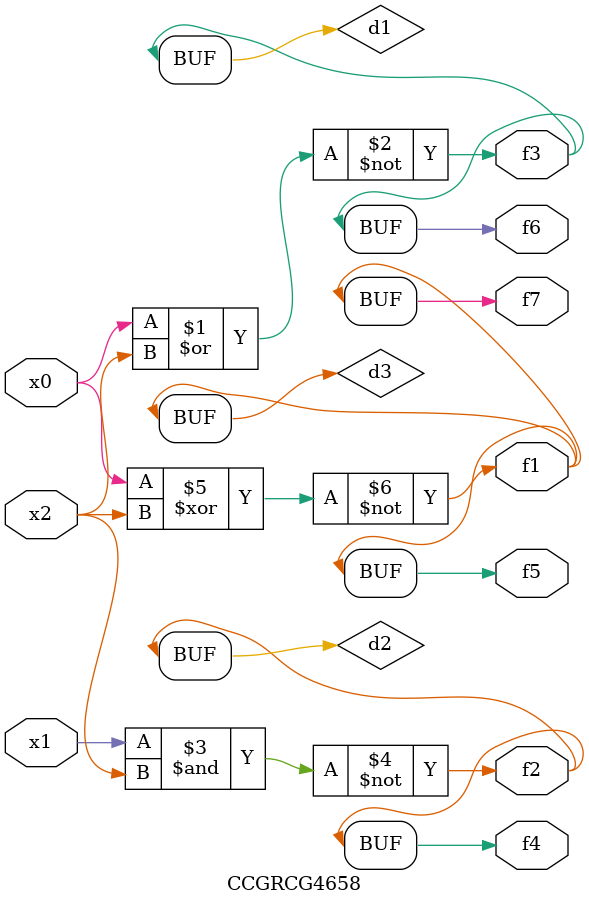
<source format=v>
module CCGRCG4658(
	input x0, x1, x2,
	output f1, f2, f3, f4, f5, f6, f7
);

	wire d1, d2, d3;

	nor (d1, x0, x2);
	nand (d2, x1, x2);
	xnor (d3, x0, x2);
	assign f1 = d3;
	assign f2 = d2;
	assign f3 = d1;
	assign f4 = d2;
	assign f5 = d3;
	assign f6 = d1;
	assign f7 = d3;
endmodule

</source>
